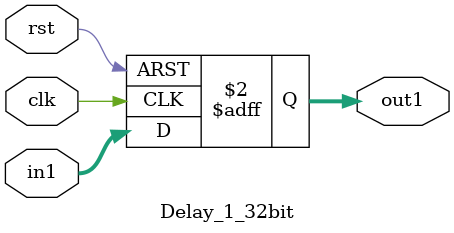
<source format=v>
`timescale 1ns / 1ps


module Delay_1_32bit(
    input signed [31:0] in1,
    input clk,
    input rst,
    output reg signed [31:0] out1
    );
    
    //reg signed LastSample;

    always @(posedge clk or posedge rst) begin
        if(rst) begin
            //LastSample = 0;
            out1 <= 32'h00000000;
        end
        else begin
            out1 <= in1;
        end
    end
    
endmodule
</source>
